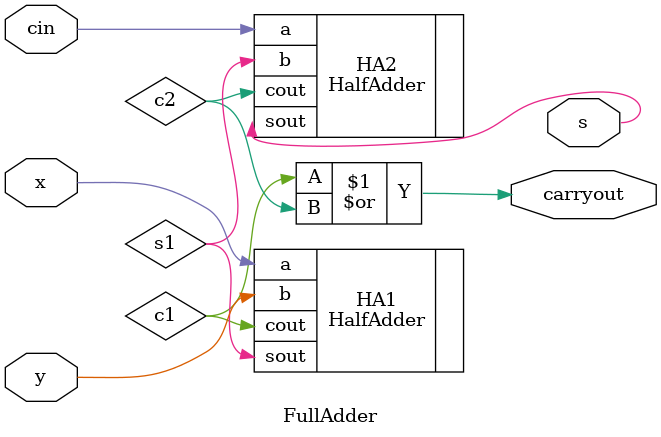
<source format=v>
module FullAdder(x,y,cin,s,carryout);
	input x,y,cin;                             
	output s,carryout; 
	wire s1,c1,c2;
	HalfAdder HA1(.a(x),.b(y),.sout(s1),.cout(c1));
	HalfAdder HA2(.a(cin),.b(s1),.sout(s),.cout(c2));
	assign carryout = c1|c2;
endmodule

</source>
